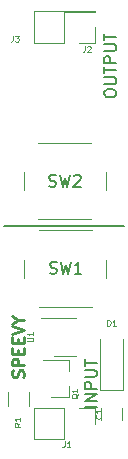
<source format=gbr>
G04 #@! TF.FileFunction,Legend,Top*
%FSLAX46Y46*%
G04 Gerber Fmt 4.6, Leading zero omitted, Abs format (unit mm)*
G04 Created by KiCad (PCBNEW 4.0.7) date 12/25/19 13:06:21*
%MOMM*%
%LPD*%
G01*
G04 APERTURE LIST*
%ADD10C,0.100000*%
%ADD11C,0.250000*%
%ADD12C,0.200000*%
%ADD13C,0.120000*%
%ADD14C,0.125000*%
%ADD15C,0.150000*%
G04 APERTURE END LIST*
D10*
D11*
X129881262Y-97924619D02*
X129928881Y-97781762D01*
X129928881Y-97543666D01*
X129881262Y-97448428D01*
X129833643Y-97400809D01*
X129738405Y-97353190D01*
X129643167Y-97353190D01*
X129547929Y-97400809D01*
X129500310Y-97448428D01*
X129452690Y-97543666D01*
X129405071Y-97734143D01*
X129357452Y-97829381D01*
X129309833Y-97877000D01*
X129214595Y-97924619D01*
X129119357Y-97924619D01*
X129024119Y-97877000D01*
X128976500Y-97829381D01*
X128928881Y-97734143D01*
X128928881Y-97496047D01*
X128976500Y-97353190D01*
X129928881Y-96924619D02*
X128928881Y-96924619D01*
X128928881Y-96543666D01*
X128976500Y-96448428D01*
X129024119Y-96400809D01*
X129119357Y-96353190D01*
X129262214Y-96353190D01*
X129357452Y-96400809D01*
X129405071Y-96448428D01*
X129452690Y-96543666D01*
X129452690Y-96924619D01*
X129405071Y-95924619D02*
X129405071Y-95591285D01*
X129928881Y-95448428D02*
X129928881Y-95924619D01*
X128928881Y-95924619D01*
X128928881Y-95448428D01*
X129405071Y-95019857D02*
X129405071Y-94686523D01*
X129928881Y-94543666D02*
X129928881Y-95019857D01*
X128928881Y-95019857D01*
X128928881Y-94543666D01*
X128928881Y-94257952D02*
X129928881Y-93924619D01*
X128928881Y-93591285D01*
X129452690Y-93067476D02*
X129928881Y-93067476D01*
X128928881Y-93400809D02*
X129452690Y-93067476D01*
X128928881Y-92734142D01*
D12*
X128270000Y-85090000D02*
X138430000Y-85090000D01*
D13*
X135950000Y-66932500D02*
X130750000Y-66932500D01*
X135950000Y-66992500D02*
X135950000Y-66932500D01*
X130750000Y-69592500D02*
X130750000Y-66932500D01*
X135950000Y-66992500D02*
X133350000Y-66992500D01*
X133350000Y-66992500D02*
X133350000Y-69592500D01*
X133350000Y-69592500D02*
X130750000Y-69592500D01*
X135950000Y-68262500D02*
X135950000Y-69592500D01*
X135950000Y-69592500D02*
X134620000Y-69592500D01*
X130750000Y-100524000D02*
X130750000Y-103184000D01*
X133350000Y-100524000D02*
X130750000Y-100524000D01*
X133350000Y-103184000D02*
X130750000Y-103184000D01*
X133350000Y-100524000D02*
X133350000Y-103184000D01*
X134620000Y-100524000D02*
X135950000Y-100524000D01*
X135950000Y-100524000D02*
X135950000Y-101854000D01*
X130356500Y-99158500D02*
X130356500Y-100358500D01*
X128596500Y-100358500D02*
X128596500Y-99158500D01*
X136500500Y-100528500D02*
X136500500Y-101528500D01*
X138200500Y-101528500D02*
X138200500Y-100528500D01*
X133729000Y-99624000D02*
X133729000Y-98694000D01*
X133729000Y-96464000D02*
X133729000Y-97394000D01*
X133729000Y-96464000D02*
X131569000Y-96464000D01*
X133729000Y-99624000D02*
X132269000Y-99624000D01*
X132513500Y-96098000D02*
X134313500Y-96098000D01*
X134313500Y-92878000D02*
X131363500Y-92878000D01*
X131175000Y-91987000D02*
X135675000Y-91987000D01*
X129925000Y-87987000D02*
X129925000Y-89487000D01*
X135675000Y-85487000D02*
X131175000Y-85487000D01*
X136925000Y-89487000D02*
X136925000Y-87987000D01*
X135652000Y-78066000D02*
X131152000Y-78066000D01*
X136902000Y-82066000D02*
X136902000Y-80566000D01*
X131152000Y-84566000D02*
X135652000Y-84566000D01*
X129902000Y-80566000D02*
X129902000Y-82066000D01*
X136350500Y-94706500D02*
X136350500Y-99006500D01*
X136350500Y-99006500D02*
X138350500Y-99006500D01*
X138350500Y-99006500D02*
X138350500Y-94706500D01*
D14*
X135088334Y-69893690D02*
X135088334Y-70250833D01*
X135064524Y-70322262D01*
X135016905Y-70369881D01*
X134945477Y-70393690D01*
X134897858Y-70393690D01*
X135302619Y-69941310D02*
X135326429Y-69917500D01*
X135374048Y-69893690D01*
X135493095Y-69893690D01*
X135540714Y-69917500D01*
X135564524Y-69941310D01*
X135588333Y-69988929D01*
X135588333Y-70036548D01*
X135564524Y-70107976D01*
X135278810Y-70393690D01*
X135588333Y-70393690D01*
D15*
X136739381Y-73969262D02*
X136739381Y-73778785D01*
X136787000Y-73683547D01*
X136882238Y-73588309D01*
X137072714Y-73540690D01*
X137406048Y-73540690D01*
X137596524Y-73588309D01*
X137691762Y-73683547D01*
X137739381Y-73778785D01*
X137739381Y-73969262D01*
X137691762Y-74064500D01*
X137596524Y-74159738D01*
X137406048Y-74207357D01*
X137072714Y-74207357D01*
X136882238Y-74159738D01*
X136787000Y-74064500D01*
X136739381Y-73969262D01*
X136739381Y-73112119D02*
X137548905Y-73112119D01*
X137644143Y-73064500D01*
X137691762Y-73016881D01*
X137739381Y-72921643D01*
X137739381Y-72731166D01*
X137691762Y-72635928D01*
X137644143Y-72588309D01*
X137548905Y-72540690D01*
X136739381Y-72540690D01*
X136739381Y-72207357D02*
X136739381Y-71635928D01*
X137739381Y-71921643D02*
X136739381Y-71921643D01*
X137739381Y-71302595D02*
X136739381Y-71302595D01*
X136739381Y-70921642D01*
X136787000Y-70826404D01*
X136834619Y-70778785D01*
X136929857Y-70731166D01*
X137072714Y-70731166D01*
X137167952Y-70778785D01*
X137215571Y-70826404D01*
X137263190Y-70921642D01*
X137263190Y-71302595D01*
X136739381Y-70302595D02*
X137548905Y-70302595D01*
X137644143Y-70254976D01*
X137691762Y-70207357D01*
X137739381Y-70112119D01*
X137739381Y-69921642D01*
X137691762Y-69826404D01*
X137644143Y-69778785D01*
X137548905Y-69731166D01*
X136739381Y-69731166D01*
X136739381Y-69397833D02*
X136739381Y-68826404D01*
X137739381Y-69112119D02*
X136739381Y-69112119D01*
D14*
X133373834Y-103358190D02*
X133373834Y-103715333D01*
X133350024Y-103786762D01*
X133302405Y-103834381D01*
X133230977Y-103858190D01*
X133183358Y-103858190D01*
X133873833Y-103858190D02*
X133588119Y-103858190D01*
X133730976Y-103858190D02*
X133730976Y-103358190D01*
X133683357Y-103429619D01*
X133635738Y-103477238D01*
X133588119Y-103501048D01*
D15*
X136088381Y-100417071D02*
X135088381Y-100417071D01*
X136088381Y-99940881D02*
X135088381Y-99940881D01*
X136088381Y-99369452D01*
X135088381Y-99369452D01*
X136088381Y-98893262D02*
X135088381Y-98893262D01*
X135088381Y-98512309D01*
X135136000Y-98417071D01*
X135183619Y-98369452D01*
X135278857Y-98321833D01*
X135421714Y-98321833D01*
X135516952Y-98369452D01*
X135564571Y-98417071D01*
X135612190Y-98512309D01*
X135612190Y-98893262D01*
X135088381Y-97893262D02*
X135897905Y-97893262D01*
X135993143Y-97845643D01*
X136040762Y-97798024D01*
X136088381Y-97702786D01*
X136088381Y-97512309D01*
X136040762Y-97417071D01*
X135993143Y-97369452D01*
X135897905Y-97321833D01*
X135088381Y-97321833D01*
X135088381Y-96988500D02*
X135088381Y-96417071D01*
X136088381Y-96702786D02*
X135088381Y-96702786D01*
D10*
X129639190Y-101810333D02*
X129401095Y-101977000D01*
X129639190Y-102096047D02*
X129139190Y-102096047D01*
X129139190Y-101905571D01*
X129163000Y-101857952D01*
X129186810Y-101834143D01*
X129234429Y-101810333D01*
X129305857Y-101810333D01*
X129353476Y-101834143D01*
X129377286Y-101857952D01*
X129401095Y-101905571D01*
X129401095Y-102096047D01*
X129639190Y-101334143D02*
X129639190Y-101619857D01*
X129639190Y-101477000D02*
X129139190Y-101477000D01*
X129210619Y-101524619D01*
X129258238Y-101572238D01*
X129282048Y-101619857D01*
X136449571Y-101111833D02*
X136473381Y-101135643D01*
X136497190Y-101207071D01*
X136497190Y-101254690D01*
X136473381Y-101326119D01*
X136425762Y-101373738D01*
X136378143Y-101397547D01*
X136282905Y-101421357D01*
X136211476Y-101421357D01*
X136116238Y-101397547D01*
X136068619Y-101373738D01*
X136021000Y-101326119D01*
X135997190Y-101254690D01*
X135997190Y-101207071D01*
X136021000Y-101135643D01*
X136044810Y-101111833D01*
X136497190Y-100635643D02*
X136497190Y-100921357D01*
X136497190Y-100778500D02*
X135997190Y-100778500D01*
X136068619Y-100826119D01*
X136116238Y-100873738D01*
X136140048Y-100921357D01*
D14*
X128992334Y-69004690D02*
X128992334Y-69361833D01*
X128968524Y-69433262D01*
X128920905Y-69480881D01*
X128849477Y-69504690D01*
X128801858Y-69504690D01*
X129182810Y-69004690D02*
X129492333Y-69004690D01*
X129325667Y-69195167D01*
X129397095Y-69195167D01*
X129444714Y-69218976D01*
X129468524Y-69242786D01*
X129492333Y-69290405D01*
X129492333Y-69409452D01*
X129468524Y-69457071D01*
X129444714Y-69480881D01*
X129397095Y-69504690D01*
X129254238Y-69504690D01*
X129206619Y-69480881D01*
X129182810Y-69457071D01*
X134512810Y-99361619D02*
X134489000Y-99409238D01*
X134441381Y-99456857D01*
X134369952Y-99528286D01*
X134346143Y-99575905D01*
X134346143Y-99623524D01*
X134465190Y-99599714D02*
X134441381Y-99647333D01*
X134393762Y-99694952D01*
X134298524Y-99718762D01*
X134131857Y-99718762D01*
X134036619Y-99694952D01*
X133989000Y-99647333D01*
X133965190Y-99599714D01*
X133965190Y-99504476D01*
X133989000Y-99456857D01*
X134036619Y-99409238D01*
X134131857Y-99385429D01*
X134298524Y-99385429D01*
X134393762Y-99409238D01*
X134441381Y-99456857D01*
X134465190Y-99504476D01*
X134465190Y-99599714D01*
X134465190Y-98909238D02*
X134465190Y-99194952D01*
X134465190Y-99052095D02*
X133965190Y-99052095D01*
X134036619Y-99099714D01*
X134084238Y-99147333D01*
X134108048Y-99194952D01*
X130218690Y-94868952D02*
X130623452Y-94868952D01*
X130671071Y-94845143D01*
X130694881Y-94821333D01*
X130718690Y-94773714D01*
X130718690Y-94678476D01*
X130694881Y-94630857D01*
X130671071Y-94607048D01*
X130623452Y-94583238D01*
X130218690Y-94583238D01*
X130718690Y-94083238D02*
X130718690Y-94368952D01*
X130718690Y-94226095D02*
X130218690Y-94226095D01*
X130290119Y-94273714D01*
X130337738Y-94321333D01*
X130361548Y-94368952D01*
D15*
X132143667Y-89114262D02*
X132286524Y-89161881D01*
X132524620Y-89161881D01*
X132619858Y-89114262D01*
X132667477Y-89066643D01*
X132715096Y-88971405D01*
X132715096Y-88876167D01*
X132667477Y-88780929D01*
X132619858Y-88733310D01*
X132524620Y-88685690D01*
X132334143Y-88638071D01*
X132238905Y-88590452D01*
X132191286Y-88542833D01*
X132143667Y-88447595D01*
X132143667Y-88352357D01*
X132191286Y-88257119D01*
X132238905Y-88209500D01*
X132334143Y-88161881D01*
X132572239Y-88161881D01*
X132715096Y-88209500D01*
X133048429Y-88161881D02*
X133286524Y-89161881D01*
X133477001Y-88447595D01*
X133667477Y-89161881D01*
X133905572Y-88161881D01*
X134810334Y-89161881D02*
X134238905Y-89161881D01*
X134524619Y-89161881D02*
X134524619Y-88161881D01*
X134429381Y-88304738D01*
X134334143Y-88399976D01*
X134238905Y-88447595D01*
X132080167Y-81748262D02*
X132223024Y-81795881D01*
X132461120Y-81795881D01*
X132556358Y-81748262D01*
X132603977Y-81700643D01*
X132651596Y-81605405D01*
X132651596Y-81510167D01*
X132603977Y-81414929D01*
X132556358Y-81367310D01*
X132461120Y-81319690D01*
X132270643Y-81272071D01*
X132175405Y-81224452D01*
X132127786Y-81176833D01*
X132080167Y-81081595D01*
X132080167Y-80986357D01*
X132127786Y-80891119D01*
X132175405Y-80843500D01*
X132270643Y-80795881D01*
X132508739Y-80795881D01*
X132651596Y-80843500D01*
X132984929Y-80795881D02*
X133223024Y-81795881D01*
X133413501Y-81081595D01*
X133603977Y-81795881D01*
X133842072Y-80795881D01*
X134175405Y-80891119D02*
X134223024Y-80843500D01*
X134318262Y-80795881D01*
X134556358Y-80795881D01*
X134651596Y-80843500D01*
X134699215Y-80891119D01*
X134746834Y-80986357D01*
X134746834Y-81081595D01*
X134699215Y-81224452D01*
X134127786Y-81795881D01*
X134746834Y-81795881D01*
D10*
X136981453Y-93571190D02*
X136981453Y-93071190D01*
X137100500Y-93071190D01*
X137171929Y-93095000D01*
X137219548Y-93142619D01*
X137243357Y-93190238D01*
X137267167Y-93285476D01*
X137267167Y-93356905D01*
X137243357Y-93452143D01*
X137219548Y-93499762D01*
X137171929Y-93547381D01*
X137100500Y-93571190D01*
X136981453Y-93571190D01*
X137743357Y-93571190D02*
X137457643Y-93571190D01*
X137600500Y-93571190D02*
X137600500Y-93071190D01*
X137552881Y-93142619D01*
X137505262Y-93190238D01*
X137457643Y-93214048D01*
M02*

</source>
